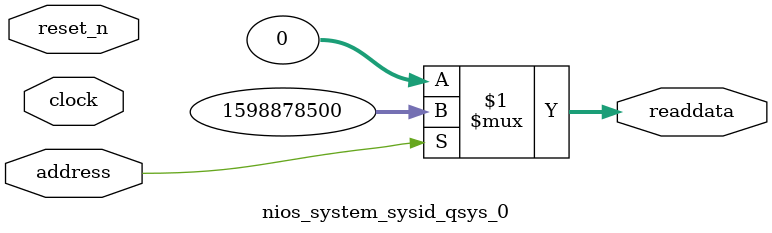
<source format=v>



// synthesis translate_off
`timescale 1ns / 1ps
// synthesis translate_on

// turn off superfluous verilog processor warnings 
// altera message_level Level1 
// altera message_off 10034 10035 10036 10037 10230 10240 10030 

module nios_system_sysid_qsys_0 (
               // inputs:
                address,
                clock,
                reset_n,

               // outputs:
                readdata
             )
;

  output  [ 31: 0] readdata;
  input            address;
  input            clock;
  input            reset_n;

  wire    [ 31: 0] readdata;
  //control_slave, which is an e_avalon_slave
  assign readdata = address ? 1598878500 : 0;

endmodule



</source>
